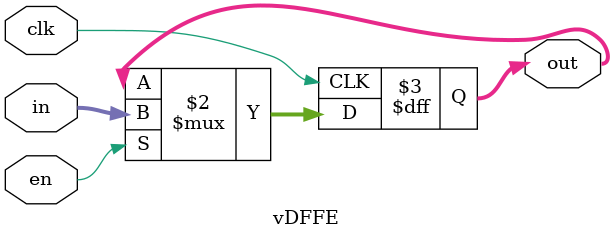
<source format=sv>
module vDFFE(clk, en, in, out);
    parameter WIDTH = 16;

    input clk, en;
    input [WIDTH-1:0] in;
    output reg [WIDTH-1:0] out;

    always_ff @(posedge clk)
        out <= en? in : out;
endmodule
</source>
